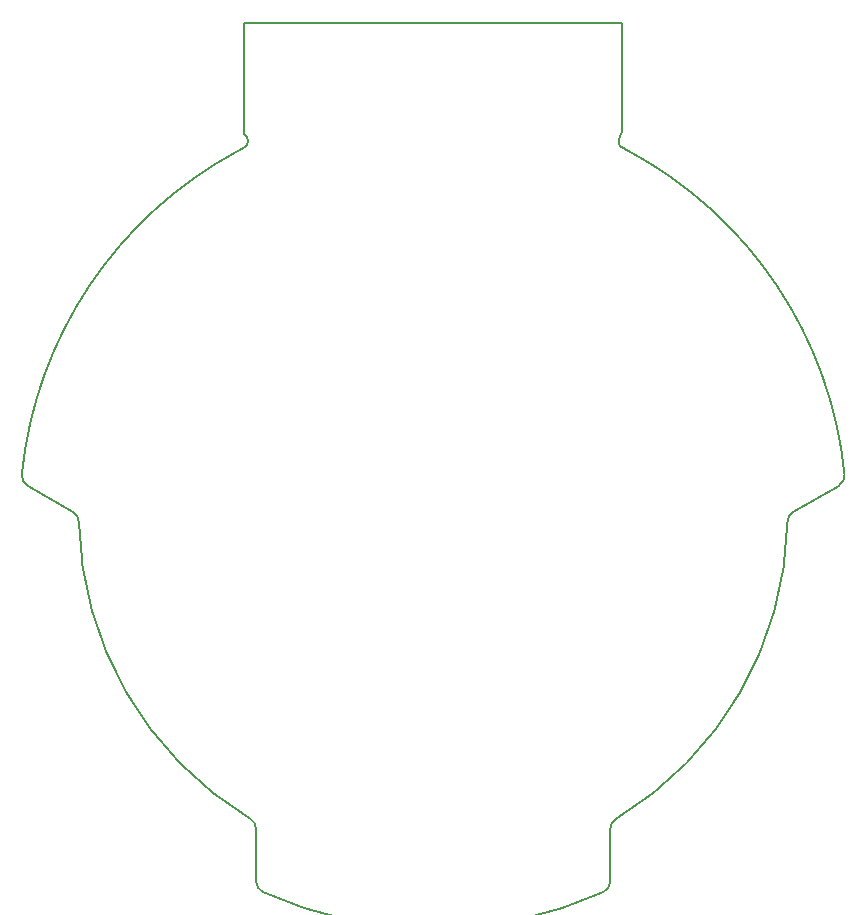
<source format=gbr>
%TF.GenerationSoftware,KiCad,Pcbnew,8.0.6-8.0.6-0~ubuntu24.04.1*%
%TF.CreationDate,2024-11-19T00:33:54+01:00*%
%TF.ProjectId,amulet_controller,616d756c-6574-45f6-936f-6e74726f6c6c,1.1*%
%TF.SameCoordinates,Original*%
%TF.FileFunction,Profile,NP*%
%FSLAX46Y46*%
G04 Gerber Fmt 4.6, Leading zero omitted, Abs format (unit mm)*
G04 Created by KiCad (PCBNEW 8.0.6-8.0.6-0~ubuntu24.04.1) date 2024-11-19 00:33:54*
%MOMM*%
%LPD*%
G01*
G04 APERTURE LIST*
%TA.AperFunction,Profile*%
%ADD10C,0.200000*%
%TD*%
G04 APERTURE END LIST*
D10*
X113672501Y-86533479D02*
G75*
G02*
X131972620Y-59148317I34827899J-3466621D01*
G01*
X163500400Y-120983971D02*
G75*
G02*
X162912152Y-121895231I-999900J-29D01*
G01*
X132800398Y-58405497D02*
G75*
G02*
X132536513Y-58846236I-499998J-3D01*
G01*
X133016529Y-115695428D02*
G75*
G02*
X133500404Y-116551943I-516229J-856572D01*
G01*
X164464289Y-58846235D02*
G75*
G02*
X164200404Y-58405495I236111J440735D01*
G01*
X134088635Y-121895260D02*
G75*
G02*
X133500427Y-120983970I411765J911260D01*
G01*
X178495141Y-90561866D02*
G75*
G02*
X163984274Y-115695425I-29994741J561766D01*
G01*
X183328297Y-86533478D02*
G75*
G02*
X182833206Y-87498535I-995097J-99022D01*
G01*
X132500400Y-57744151D02*
X132536513Y-57763500D01*
X178495141Y-90561866D02*
G75*
G02*
X178994960Y-89714558I999859J-18734D01*
G01*
X132536512Y-58846234D02*
X131972621Y-59148319D01*
X164500400Y-48300103D02*
X132500398Y-48300102D01*
X164200400Y-58204237D02*
G75*
G02*
X164350404Y-57847167I499900J37D01*
G01*
X163500400Y-120983971D02*
X163500399Y-116551940D01*
X133500400Y-116551943D02*
X133500401Y-120983970D01*
X163500399Y-116551940D02*
G75*
G02*
X163984282Y-115695438I999901J40D01*
G01*
X114167584Y-87498553D02*
X118005835Y-89714566D01*
X133016529Y-115695428D02*
G75*
G02*
X118505658Y-90561866I15483871J25695328D01*
G01*
X162912165Y-121895259D02*
G75*
G02*
X134088635Y-121895259I-14411765J31895159D01*
G01*
X132536513Y-57763500D02*
G75*
G02*
X132800401Y-58204236I-236213J-440800D01*
G01*
X132800400Y-58204236D02*
X132800398Y-58405497D01*
X164200400Y-58405495D02*
X164200400Y-58204237D01*
X165028178Y-59148317D02*
X164464289Y-58846235D01*
X178994965Y-89714566D02*
X182833214Y-87498549D01*
X165028178Y-59148317D02*
G75*
G02*
X183328298Y-86533478I-16527778J-30851783D01*
G01*
X164500401Y-57490093D02*
X164500400Y-48300103D01*
X118005835Y-89714566D02*
G75*
G02*
X118505649Y-90561866I-500035J-866034D01*
G01*
X114167584Y-87498553D02*
G75*
G02*
X113672483Y-86533477I500016J866053D01*
G01*
X164500401Y-57490093D02*
G75*
G02*
X164350384Y-57847147I-499901J-7D01*
G01*
X132500398Y-48300102D02*
X132500400Y-57744151D01*
M02*

</source>
